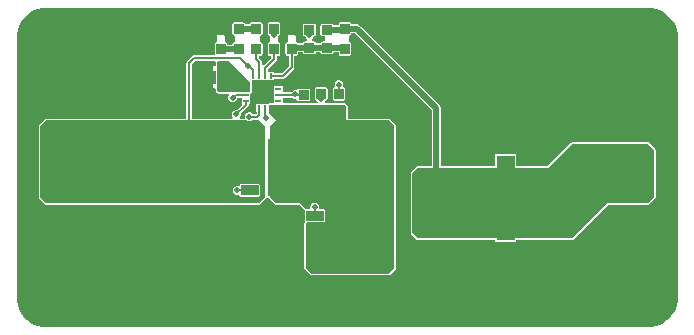
<source format=gtl>
G04*
G04 #@! TF.GenerationSoftware,Altium Limited,Altium Designer,23.4.1 (23)*
G04*
G04 Layer_Physical_Order=1*
G04 Layer_Color=255*
%FSLAX44Y44*%
%MOMM*%
G71*
G04*
G04 #@! TF.SameCoordinates,784DB819-4BFE-4B82-8429-40DAF9DCB5A1*
G04*
G04*
G04 #@! TF.FilePolarity,Positive*
G04*
G01*
G75*
%ADD13C,0.2000*%
%ADD14R,1.4986X3.3020*%
%ADD15R,3.0000X3.5000*%
G04:AMPARAMS|DCode=16|XSize=0.85mm|YSize=1.9812mm|CornerRadius=0.0425mm|HoleSize=0mm|Usage=FLASHONLY|Rotation=90.000|XOffset=0mm|YOffset=0mm|HoleType=Round|Shape=RoundedRectangle|*
%AMROUNDEDRECTD16*
21,1,0.8500,1.8962,0,0,90.0*
21,1,0.7650,1.9812,0,0,90.0*
1,1,0.0850,0.9481,0.3825*
1,1,0.0850,0.9481,-0.3825*
1,1,0.0850,-0.9481,-0.3825*
1,1,0.0850,-0.9481,0.3825*
%
%ADD16ROUNDEDRECTD16*%
G04:AMPARAMS|DCode=17|XSize=0.85mm|YSize=1.45mm|CornerRadius=0.0425mm|HoleSize=0mm|Usage=FLASHONLY|Rotation=90.000|XOffset=0mm|YOffset=0mm|HoleType=Round|Shape=RoundedRectangle|*
%AMROUNDEDRECTD17*
21,1,0.8500,1.3650,0,0,90.0*
21,1,0.7650,1.4500,0,0,90.0*
1,1,0.0850,0.6825,0.3825*
1,1,0.0850,0.6825,-0.3825*
1,1,0.0850,-0.6825,-0.3825*
1,1,0.0850,-0.6825,0.3825*
%
%ADD17ROUNDEDRECTD17*%
%ADD18R,1.6000X1.6000*%
%ADD19R,0.2300X0.4800*%
%ADD20R,0.4800X0.2300*%
G04:AMPARAMS|DCode=21|XSize=0.9mm|YSize=0.8mm|CornerRadius=0.06mm|HoleSize=0mm|Usage=FLASHONLY|Rotation=270.000|XOffset=0mm|YOffset=0mm|HoleType=Round|Shape=RoundedRectangle|*
%AMROUNDEDRECTD21*
21,1,0.9000,0.6800,0,0,270.0*
21,1,0.7800,0.8000,0,0,270.0*
1,1,0.1200,-0.3400,-0.3900*
1,1,0.1200,-0.3400,0.3900*
1,1,0.1200,0.3400,0.3900*
1,1,0.1200,0.3400,-0.3900*
%
%ADD21ROUNDEDRECTD21*%
G04:AMPARAMS|DCode=22|XSize=0.8mm|YSize=0.9mm|CornerRadius=0.06mm|HoleSize=0mm|Usage=FLASHONLY|Rotation=0.000|XOffset=0mm|YOffset=0mm|HoleType=Round|Shape=RoundedRectangle|*
%AMROUNDEDRECTD22*
21,1,0.8000,0.7800,0,0,0.0*
21,1,0.6800,0.9000,0,0,0.0*
1,1,0.1200,0.3400,-0.3900*
1,1,0.1200,-0.3400,-0.3900*
1,1,0.1200,-0.3400,0.3900*
1,1,0.1200,0.3400,0.3900*
%
%ADD22ROUNDEDRECTD22*%
G04:AMPARAMS|DCode=23|XSize=0.8mm|YSize=0.9mm|CornerRadius=0.06mm|HoleSize=0mm|Usage=FLASHONLY|Rotation=90.000|XOffset=0mm|YOffset=0mm|HoleType=Round|Shape=RoundedRectangle|*
%AMROUNDEDRECTD23*
21,1,0.8000,0.7800,0,0,90.0*
21,1,0.6800,0.9000,0,0,90.0*
1,1,0.1200,0.3900,0.3400*
1,1,0.1200,0.3900,-0.3400*
1,1,0.1200,-0.3900,-0.3400*
1,1,0.1200,-0.3900,0.3400*
%
%ADD23ROUNDEDRECTD23*%
%ADD28C,0.5000*%
%ADD43R,3.0000X3.0000*%
%ADD44C,3.0000*%
%ADD45C,4.0000*%
%ADD46C,0.5000*%
G36*
X537292Y244039D02*
X541842Y242155D01*
X545937Y239419D01*
X549419Y235937D01*
X552155Y231842D01*
X554039Y227292D01*
X555000Y222462D01*
Y220000D01*
Y0D01*
Y-2462D01*
X554039Y-7292D01*
X552155Y-11842D01*
X549419Y-15937D01*
X545937Y-19419D01*
X541842Y-22155D01*
X537292Y-24039D01*
X532462Y-25000D01*
X17538D01*
X12708Y-24039D01*
X8158Y-22155D01*
X4063Y-19419D01*
X581Y-15937D01*
X-2155Y-11842D01*
X-4039Y-7292D01*
X-5000Y-2462D01*
Y0D01*
Y220000D01*
Y222462D01*
X-4039Y227292D01*
X-2155Y231842D01*
X581Y235937D01*
X4063Y239419D01*
X8158Y242155D01*
X12708Y244039D01*
X17538Y245000D01*
X532462D01*
X537292Y244039D01*
D02*
G37*
%LPC*%
G36*
X276400Y233286D02*
X269600D01*
X268878Y233143D01*
X268266Y232734D01*
X267857Y232122D01*
X267714Y231400D01*
Y230324D01*
X263702D01*
X263643Y230622D01*
X263234Y231234D01*
X262622Y231643D01*
X261900Y231786D01*
X254100D01*
X253378Y231643D01*
X252766Y231234D01*
X252357Y230622D01*
X252214Y229900D01*
Y223100D01*
X252357Y222378D01*
X252766Y221766D01*
X253378Y221357D01*
X254100Y221214D01*
X254818D01*
X256000Y221000D01*
X256000Y219944D01*
X256000Y217000D01*
X254818Y216786D01*
X254100D01*
X253378Y216643D01*
X252766Y216234D01*
X252357Y215622D01*
X252298Y215323D01*
X248702D01*
X248643Y215622D01*
X248234Y216234D01*
X247622Y216643D01*
X246900Y216786D01*
X246181D01*
X245000Y217000D01*
X245000Y218769D01*
X245124Y218821D01*
X246179Y219876D01*
X246733Y221214D01*
X246900D01*
X247622Y221357D01*
X248234Y221766D01*
X248643Y222378D01*
X248786Y223100D01*
Y229900D01*
X248643Y230622D01*
X248234Y231234D01*
X247622Y231643D01*
X246900Y231786D01*
X239100D01*
X238378Y231643D01*
X237766Y231234D01*
X237357Y230622D01*
X237214Y229900D01*
Y223100D01*
X237357Y222378D01*
X237766Y221766D01*
X238378Y221357D01*
X239100Y221214D01*
X239267D01*
X239821Y219876D01*
X240876Y218821D01*
X241000Y218769D01*
X241000Y217000D01*
X239818Y216786D01*
X239100D01*
X238378Y216643D01*
X237766Y216234D01*
X237357Y215622D01*
X237298Y215323D01*
X233008D01*
X232734Y215734D01*
X232122Y216143D01*
X231353Y217000D01*
Y221000D01*
X230956Y221957D01*
X230000Y222353D01*
X226000D01*
X225043Y221957D01*
X224647Y221000D01*
Y217000D01*
X223878Y216143D01*
X223266Y215734D01*
X222857Y215122D01*
X222714Y214400D01*
Y206600D01*
X222857Y205878D01*
X223266Y205266D01*
X223878Y204857D01*
X224600Y204714D01*
X225706D01*
Y195950D01*
X219650Y189894D01*
X212900D01*
Y191250D01*
X208100Y191250D01*
X207794Y192393D01*
Y193550D01*
X214622Y200378D01*
X215119Y201122D01*
X215294Y202000D01*
Y204714D01*
X216400D01*
X217122Y204857D01*
X217734Y205266D01*
X218143Y205878D01*
X218286Y206600D01*
Y214400D01*
X218143Y215122D01*
X217734Y215734D01*
X217122Y216143D01*
X216353Y217000D01*
Y220269D01*
X216532Y220537D01*
X216606Y220906D01*
X216750Y221254D01*
Y221631D01*
X216782Y221790D01*
X217122Y221857D01*
X217734Y222266D01*
X218143Y222878D01*
X218286Y223600D01*
Y231400D01*
X218143Y232122D01*
X217734Y232734D01*
X217122Y233143D01*
X216400Y233286D01*
X209600D01*
X208878Y233143D01*
X208266Y232734D01*
X207857Y232122D01*
X207714Y231400D01*
Y223600D01*
X207857Y222878D01*
X208266Y222266D01*
X208878Y221857D01*
X209218Y221790D01*
X209250Y221631D01*
Y221254D01*
X209394Y220906D01*
X209468Y220537D01*
X209647Y220268D01*
Y217000D01*
X208878Y216143D01*
X208266Y215734D01*
X207857Y215122D01*
X207714Y214400D01*
Y206600D01*
X207857Y205878D01*
X208266Y205266D01*
X208878Y204857D01*
X209600Y204714D01*
X210706D01*
Y202950D01*
X204064Y196308D01*
X203323Y196462D01*
X202794Y196786D01*
Y199500D01*
X202619Y200378D01*
X202122Y201122D01*
X200294Y202950D01*
Y204714D01*
X201400D01*
X202122Y204857D01*
X202734Y205266D01*
X203143Y205878D01*
X203286Y206600D01*
Y214400D01*
X203143Y215122D01*
X202734Y215734D01*
X202122Y216143D01*
X201353Y216999D01*
Y220999D01*
X202122Y221857D01*
X202734Y222266D01*
X203143Y222878D01*
X203286Y223600D01*
Y231400D01*
X203143Y232122D01*
X202734Y232734D01*
X202122Y233143D01*
X201400Y233286D01*
X194600D01*
X193878Y233143D01*
X193266Y232734D01*
X192857Y232122D01*
X192714Y231400D01*
Y231324D01*
X188286D01*
Y231400D01*
X188143Y232122D01*
X187734Y232734D01*
X187122Y233143D01*
X186400Y233286D01*
X179600D01*
X178878Y233143D01*
X178266Y232734D01*
X177857Y232122D01*
X177714Y231400D01*
Y223600D01*
X177857Y222878D01*
X178266Y222266D01*
X178878Y221857D01*
X179647Y220998D01*
Y216998D01*
X178878Y216143D01*
X178266Y215734D01*
X177857Y215122D01*
X177714Y214400D01*
Y213824D01*
X173286D01*
Y214400D01*
X173143Y215122D01*
X172734Y215734D01*
X172122Y216143D01*
X171352Y217000D01*
Y221000D01*
X170956Y221957D01*
X169999Y222353D01*
X165999D01*
X165042Y221957D01*
X164646Y221000D01*
Y217000D01*
X163878Y216143D01*
X163266Y215734D01*
X162857Y215122D01*
X162714Y214400D01*
Y206600D01*
X162764Y206346D01*
X162097Y205264D01*
X161866Y205076D01*
X145593D01*
X144715Y204902D01*
X143971Y204404D01*
X139559Y199992D01*
X139062Y199248D01*
X138887Y198370D01*
Y151353D01*
X20000D01*
X19043Y150957D01*
X14043Y145957D01*
X13647Y145000D01*
Y85000D01*
X14043Y84043D01*
X14043Y84043D01*
X19043Y79043D01*
X20000Y78647D01*
X200000D01*
X200957Y79043D01*
X205957Y84043D01*
X206082Y84345D01*
X206882Y84926D01*
X207553Y84832D01*
X208000Y84647D01*
X208793D01*
X209043Y84043D01*
X214043Y79043D01*
X215000Y78647D01*
X234440D01*
X239043Y74043D01*
X239126Y73771D01*
X239097Y73729D01*
X238967Y73075D01*
Y65425D01*
X239097Y64771D01*
X239432Y64271D01*
X238830Y63237D01*
X238783Y62885D01*
X238647Y62557D01*
Y25000D01*
X239043Y24043D01*
X244043Y19043D01*
X245000Y18647D01*
X310000D01*
X310957Y19043D01*
X315957Y24043D01*
X316353Y25000D01*
Y145000D01*
X315957Y145957D01*
X310957Y150957D01*
X310000Y151353D01*
X275353Y151353D01*
Y162000D01*
X274957Y162957D01*
X273957Y163957D01*
X273000Y164353D01*
X256452D01*
X255926Y165623D01*
X256179Y165876D01*
X256537Y166741D01*
X257122Y166857D01*
X257734Y167266D01*
X258143Y167878D01*
X258286Y168600D01*
Y176400D01*
X258143Y177122D01*
X257734Y177734D01*
X257122Y178143D01*
X256400Y178286D01*
X249600D01*
X248878Y178143D01*
X248266Y177734D01*
X247857Y177122D01*
X247714Y176400D01*
Y168600D01*
X247857Y167878D01*
X248266Y167266D01*
X248878Y166857D01*
X249463Y166741D01*
X249821Y165876D01*
X250074Y165623D01*
X249548Y164353D01*
X221148D01*
X220250Y165251D01*
X220250Y168900D01*
X221393Y169206D01*
X228491D01*
X228876Y168821D01*
X230254Y168250D01*
X231746D01*
X232357Y167378D01*
X232766Y166766D01*
X233378Y166357D01*
X234100Y166214D01*
X241900D01*
X242622Y166357D01*
X243234Y166766D01*
X243643Y167378D01*
X243786Y168100D01*
Y174900D01*
X243643Y175622D01*
X243234Y176234D01*
X242622Y176643D01*
X241900Y176786D01*
X234100D01*
X233378Y176643D01*
X232766Y176234D01*
X232357Y175622D01*
X232225Y175551D01*
X231746Y175750D01*
X230254D01*
X228876Y175179D01*
X227821Y174124D01*
X227684Y173794D01*
X221393D01*
X220250Y174100D01*
X220250Y175170D01*
Y178900D01*
X212950D01*
X212950Y174100D01*
X212950Y172830D01*
X212950Y169100D01*
X212950Y167830D01*
Y164353D01*
X209044D01*
X209000Y164353D01*
X207900Y164050D01*
X207900Y164050D01*
X203100D01*
Y164050D01*
X202900D01*
Y164050D01*
X198100D01*
Y156750D01*
X198206D01*
Y155450D01*
X198050Y155294D01*
X195009D01*
X194124Y156179D01*
X192746Y156750D01*
X191254D01*
X189876Y156179D01*
X188821Y155124D01*
X188250Y153746D01*
Y152254D01*
X187648Y151353D01*
X184452D01*
X183926Y152623D01*
X184179Y152876D01*
X184750Y154254D01*
Y155506D01*
X191022Y161778D01*
X191520Y162522D01*
X191694Y163400D01*
Y164100D01*
X193050D01*
Y168900D01*
X193050D01*
Y169100D01*
X193050D01*
Y172668D01*
X193957Y173043D01*
X194353Y174000D01*
Y182000D01*
X194071Y182680D01*
X194464Y183584D01*
X194760Y183950D01*
X197900D01*
Y183950D01*
X198100D01*
X198100Y183950D01*
X202900Y183950D01*
X204170Y183950D01*
X207900Y183950D01*
X209170Y183950D01*
X212900D01*
Y185306D01*
X220600D01*
X221478Y185481D01*
X222222Y185978D01*
X229622Y193378D01*
X230119Y194122D01*
X230294Y195000D01*
Y204714D01*
X231400D01*
X232122Y204857D01*
X232734Y205266D01*
X233143Y205878D01*
X233286Y206600D01*
Y207677D01*
X237298D01*
X237357Y207378D01*
X237766Y206766D01*
X238378Y206357D01*
X239100Y206214D01*
X246900D01*
X247622Y206357D01*
X248234Y206766D01*
X248643Y207378D01*
X248702Y207677D01*
X252298D01*
X252357Y207378D01*
X252766Y206766D01*
X253378Y206357D01*
X254100Y206214D01*
X261900D01*
X262622Y206357D01*
X263234Y206766D01*
X263643Y207378D01*
X263689Y207610D01*
X267714D01*
Y206600D01*
X267857Y205878D01*
X268266Y205266D01*
X268878Y204857D01*
X269600Y204714D01*
X276400D01*
X277122Y204857D01*
X277734Y205266D01*
X278143Y205878D01*
X278286Y206600D01*
Y214400D01*
X278143Y215122D01*
X277734Y215734D01*
X277122Y216143D01*
X276353Y217000D01*
Y221000D01*
X277122Y221857D01*
X277734Y222266D01*
X278143Y222878D01*
X278286Y223600D01*
Y223676D01*
X281916D01*
X346427Y159166D01*
Y111353D01*
X335000D01*
X334043Y110957D01*
X329043Y105957D01*
X328647Y105000D01*
X328647Y55000D01*
X329043Y54043D01*
X334043Y49043D01*
X335000Y48647D01*
X400257D01*
Y47260D01*
X417743D01*
Y48647D01*
X465000D01*
X465957Y49043D01*
X495560Y78647D01*
X530000D01*
X530957Y79043D01*
X535957Y84043D01*
X536353Y85000D01*
Y125000D01*
X535957Y125957D01*
X530957Y130957D01*
X530000Y131353D01*
X465000Y131353D01*
X464043Y130957D01*
X444440Y111353D01*
X417743D01*
Y121740D01*
X400257D01*
Y111353D01*
X354073Y111353D01*
Y160750D01*
X353782Y162213D01*
X352954Y163454D01*
X286204Y230204D01*
X284963Y231032D01*
X283500Y231324D01*
X278286D01*
Y231400D01*
X278143Y232122D01*
X277734Y232734D01*
X277122Y233143D01*
X276400Y233286D01*
D02*
G37*
G36*
X268746Y183750D02*
X267254D01*
X265876Y183179D01*
X264821Y182124D01*
X264250Y180746D01*
Y179254D01*
X263878Y178143D01*
X263266Y177734D01*
X262857Y177122D01*
X262714Y176400D01*
Y168600D01*
X262857Y167878D01*
X263266Y167266D01*
X263878Y166857D01*
X264600Y166714D01*
X271400D01*
X272122Y166857D01*
X272734Y167266D01*
X273143Y167878D01*
X273286Y168600D01*
Y176400D01*
X273143Y177122D01*
X272734Y177734D01*
X272122Y178143D01*
X271750Y179254D01*
Y180746D01*
X271179Y182124D01*
X270124Y183179D01*
X268746Y183750D01*
D02*
G37*
%LPD*%
G36*
X193000Y182000D02*
Y174000D01*
X166000D01*
X165000Y175000D01*
X165000Y177000D01*
X165000Y177000D01*
X165000Y177000D01*
Y181000D01*
X165000Y192000D01*
X165000D01*
Y196000D01*
X165000D01*
Y199000D01*
X166000Y200000D01*
X175000D01*
X193000Y182000D01*
D02*
G37*
G36*
X163737Y199218D02*
X163647Y199000D01*
Y196000D01*
X161000D01*
Y192000D01*
X163647D01*
X163647Y181000D01*
X161000D01*
Y177000D01*
X162749D01*
X163647Y176102D01*
X163647Y175000D01*
X164043Y174043D01*
X165043Y173043D01*
X166000Y172647D01*
X174548D01*
X175074Y171377D01*
X174821Y171124D01*
X174250Y169746D01*
Y168254D01*
X174821Y166876D01*
X175876Y165821D01*
X177254Y165250D01*
X178746D01*
X180124Y165821D01*
X181179Y166876D01*
X181750Y168254D01*
Y169206D01*
X184607D01*
X185750Y168900D01*
Y164100D01*
X185750D01*
X186074Y163318D01*
X181506Y158750D01*
X180254D01*
X178876Y158179D01*
X177821Y157124D01*
X177250Y155746D01*
Y154254D01*
X177821Y152876D01*
X178074Y152623D01*
X177548Y151353D01*
X143475D01*
Y197420D01*
X146543Y200488D01*
X162915D01*
X163737Y199218D01*
D02*
G37*
G36*
X205000Y145000D02*
Y85000D01*
X200000Y80000D01*
X20000D01*
X15000Y85000D01*
X15000D01*
Y145000D01*
X20000Y150000D01*
X189697D01*
X189876Y149821D01*
X191254Y149250D01*
X192746D01*
X194124Y149821D01*
X194303Y150000D01*
X200000D01*
X205000Y145000D01*
D02*
G37*
G36*
X530000Y130000D02*
X535000Y125000D01*
Y85000D01*
X530000Y80000D01*
X495000D01*
X465000Y50000D01*
X335000D01*
X330000Y55000D01*
X330000Y105000D01*
X335000Y110000D01*
X445000Y110000D01*
X465000Y130000D01*
X530000Y130000D01*
D02*
G37*
G36*
X274000Y162000D02*
Y150000D01*
X215000D01*
X270000Y150000D01*
X310000Y150000D01*
X315000Y145000D01*
Y25000D01*
X310000Y20000D01*
X245000D01*
X240000Y25000D01*
Y62557D01*
X240675Y63717D01*
X254325D01*
X254979Y63847D01*
X255533Y64217D01*
X255903Y64771D01*
X256033Y65425D01*
Y73075D01*
X255903Y73729D01*
X255533Y74283D01*
X254979Y74653D01*
X254325Y74783D01*
X251899D01*
X251250Y75754D01*
Y77246D01*
X250679Y78624D01*
X249624Y79679D01*
X248246Y80250D01*
X246754D01*
X245376Y79679D01*
X244321Y78624D01*
X243750Y77246D01*
Y75754D01*
X243101Y74783D01*
X240675D01*
X240000Y75000D01*
X235000Y80000D01*
X215000D01*
X210000Y85000D01*
Y86000D01*
X208000D01*
Y134000D01*
X210000D01*
Y145000D01*
X215000Y150000D01*
X209000Y156000D01*
Y163000D01*
X273000D01*
X274000Y162000D01*
D02*
G37*
%LPC*%
G36*
X199325Y96283D02*
X185675D01*
X185021Y96153D01*
X184467Y95783D01*
X184097Y95229D01*
X184094Y95213D01*
X182928Y94445D01*
X182697Y94417D01*
X182496Y94500D01*
X181004D01*
X179626Y93929D01*
X178571Y92874D01*
X178000Y91496D01*
Y90004D01*
X178571Y88626D01*
X179626Y87571D01*
X181004Y87000D01*
X182496D01*
X182697Y87083D01*
X182928Y87055D01*
X184094Y86287D01*
X184097Y86271D01*
X184467Y85717D01*
X185021Y85347D01*
X185675Y85217D01*
X199325D01*
X199979Y85347D01*
X200533Y85717D01*
X200903Y86271D01*
X201033Y86925D01*
Y94575D01*
X200903Y95229D01*
X200533Y95783D01*
X199979Y96153D01*
X199325Y96283D01*
D02*
G37*
%LPD*%
D13*
X145593Y202782D02*
X184218D01*
X141181Y147536D02*
Y198370D01*
X145593Y202782D01*
X184218D02*
X191000Y196000D01*
X181000Y155000D02*
X181000D01*
X189400Y163400D01*
Y166500D01*
X192000Y153000D02*
X199000D01*
X200500Y154500D01*
Y160400D01*
X205500Y152500D02*
X206000Y152000D01*
X205500Y152500D02*
Y160400D01*
X247500Y69250D02*
Y76500D01*
X181750Y90750D02*
X192500D01*
X183000Y210500D02*
X183000Y210500D01*
X180500Y171500D02*
X189400D01*
X178000Y169000D02*
X180500Y171500D01*
X272066Y211434D02*
X273000Y210500D01*
X272000Y226500D02*
X273000Y227500D01*
X198000Y202000D02*
Y210500D01*
X220600Y187600D02*
X228000Y195000D01*
Y210500D01*
X229000Y211500D01*
X253000Y168000D02*
X254000Y169000D01*
X213000Y202000D02*
Y210500D01*
X243000Y222000D02*
Y226500D01*
X216600Y171500D02*
X238000D01*
X268000Y172500D02*
Y180000D01*
X200500Y187600D02*
Y199500D01*
X198000Y202000D02*
X200500Y199500D01*
X205500Y194500D02*
X213000Y202000D01*
X210500Y187600D02*
X220600D01*
X205500D02*
Y194500D01*
X195500Y187600D02*
Y192500D01*
X191000Y196000D02*
X191574Y195426D01*
X192574D01*
X195500Y192500D01*
D14*
X133000Y108198D02*
D03*
Y42158D02*
D03*
X409000Y65020D02*
D03*
Y-1020D02*
D03*
Y103980D02*
D03*
Y170020D02*
D03*
D15*
X350250Y80000D02*
D03*
X289750D02*
D03*
D16*
X192500Y69250D02*
D03*
Y56351D02*
D03*
Y43651D02*
D03*
Y30750D02*
D03*
X247500Y90750D02*
D03*
Y103649D02*
D03*
Y116349D02*
D03*
Y129250D02*
D03*
D17*
Y30750D02*
D03*
Y69250D02*
D03*
Y56351D02*
D03*
Y43651D02*
D03*
X192500Y129250D02*
D03*
Y90750D02*
D03*
Y103649D02*
D03*
Y116349D02*
D03*
D18*
X203000Y174000D02*
D03*
D19*
X195500Y187600D02*
D03*
X200500D02*
D03*
X205500D02*
D03*
X210500D02*
D03*
Y160400D02*
D03*
X205500D02*
D03*
X200500D02*
D03*
X195500D02*
D03*
D20*
X216600Y181500D02*
D03*
Y176500D02*
D03*
Y171500D02*
D03*
Y166500D02*
D03*
X189400D02*
D03*
Y171500D02*
D03*
Y176500D02*
D03*
Y181500D02*
D03*
D21*
X168000Y227500D02*
D03*
Y210500D02*
D03*
X268000Y172500D02*
D03*
Y155500D02*
D03*
X253000Y172500D02*
D03*
Y155500D02*
D03*
X228000Y227500D02*
D03*
Y210500D02*
D03*
X213000Y210500D02*
D03*
Y227500D02*
D03*
X273000Y210500D02*
D03*
Y227500D02*
D03*
X183000Y210500D02*
D03*
Y227500D02*
D03*
X198000Y210500D02*
D03*
Y227500D02*
D03*
D22*
X155500Y194000D02*
D03*
X170500D02*
D03*
X155500Y179000D02*
D03*
X170500D02*
D03*
D23*
X238000Y156500D02*
D03*
Y171500D02*
D03*
X258000Y211500D02*
D03*
Y226500D02*
D03*
X243000Y211500D02*
D03*
Y226500D02*
D03*
D28*
X350250Y80000D02*
Y160750D01*
X283500Y227500D02*
X350250Y160750D01*
X273000Y227500D02*
X283500D01*
X175000Y210000D02*
X182500D01*
X168500D02*
X175000D01*
X168000Y210500D02*
X168500Y210000D01*
X182500D02*
X183000Y210500D01*
X190500Y227500D02*
X198000D01*
X183000D02*
X190500D01*
X229000Y211500D02*
X243000D01*
X228000Y227500D02*
Y235000D01*
X213000Y222000D02*
Y227500D01*
X243000Y211500D02*
X258000D01*
X258066Y211434D02*
X272066D01*
X258000Y226500D02*
X272000D01*
X155500Y179000D02*
Y186500D01*
Y194000D01*
X149000Y179000D02*
X155500D01*
X149000Y194000D02*
X155500D01*
X155500Y194000D01*
X161500Y227500D02*
X168000D01*
D43*
X40000Y105000D02*
D03*
X510000D02*
D03*
D44*
X40000Y55000D02*
D03*
X510000D02*
D03*
D45*
X20000Y220000D02*
D03*
X530000Y0D02*
D03*
Y220000D02*
D03*
X20000Y0D02*
D03*
D46*
X70000Y90000D02*
D03*
X85000D02*
D03*
X115000D02*
D03*
X145000D02*
D03*
Y105000D02*
D03*
X130000D02*
D03*
X115000D02*
D03*
X100000D02*
D03*
X85000D02*
D03*
X70000D02*
D03*
Y120000D02*
D03*
X85000D02*
D03*
X100000D02*
D03*
X115000D02*
D03*
X130000D02*
D03*
X145000D02*
D03*
X160000D02*
D03*
Y105000D02*
D03*
X490000Y125000D02*
D03*
Y115000D02*
D03*
Y105000D02*
D03*
Y95000D02*
D03*
Y85000D02*
D03*
X480000Y70000D02*
D03*
Y80000D02*
D03*
Y90000D02*
D03*
Y100000D02*
D03*
Y110000D02*
D03*
Y120000D02*
D03*
X470000Y65000D02*
D03*
Y125000D02*
D03*
Y115000D02*
D03*
Y105000D02*
D03*
Y95000D02*
D03*
Y85000D02*
D03*
Y75000D02*
D03*
X460000D02*
D03*
Y85000D02*
D03*
X450000Y75000D02*
D03*
X440000D02*
D03*
X430000D02*
D03*
X420000D02*
D03*
X410000D02*
D03*
X400000D02*
D03*
X390000D02*
D03*
X450000Y85000D02*
D03*
X440000D02*
D03*
X430000D02*
D03*
X420000D02*
D03*
X410000D02*
D03*
X400000D02*
D03*
X390000D02*
D03*
X380000Y55000D02*
D03*
Y65000D02*
D03*
Y75000D02*
D03*
Y85000D02*
D03*
Y95000D02*
D03*
Y105000D02*
D03*
X370000Y55000D02*
D03*
Y65000D02*
D03*
Y75000D02*
D03*
Y85000D02*
D03*
Y95000D02*
D03*
Y105000D02*
D03*
X360000Y55000D02*
D03*
X350000D02*
D03*
X340000D02*
D03*
X360000Y105000D02*
D03*
X350000D02*
D03*
X340000D02*
D03*
X550000Y20000D02*
D03*
Y200000D02*
D03*
Y170000D02*
D03*
Y140000D02*
D03*
Y110000D02*
D03*
Y80000D02*
D03*
Y50000D02*
D03*
X0D02*
D03*
Y80000D02*
D03*
Y110000D02*
D03*
Y140000D02*
D03*
Y170000D02*
D03*
Y200000D02*
D03*
Y20000D02*
D03*
X50000Y240000D02*
D03*
X500000D02*
D03*
X100000D02*
D03*
X150000D02*
D03*
X200000D02*
D03*
X250000D02*
D03*
X300000D02*
D03*
X350000D02*
D03*
X400000D02*
D03*
X450000D02*
D03*
Y-20000D02*
D03*
X400000D02*
D03*
X350000D02*
D03*
X300000D02*
D03*
X250000D02*
D03*
X200000D02*
D03*
X150000D02*
D03*
X100000D02*
D03*
X500000D02*
D03*
X50000D02*
D03*
X175000Y210000D02*
D03*
X181000Y155000D02*
D03*
X192000Y153000D02*
D03*
X206000Y152000D02*
D03*
X247500Y76500D02*
D03*
X181750Y90750D02*
D03*
X178000Y169000D02*
D03*
X155500Y186500D02*
D03*
X149000Y179000D02*
D03*
X149000Y194000D02*
D03*
X228000Y235000D02*
D03*
X161500Y227500D02*
D03*
X182000Y189000D02*
D03*
X190500Y227500D02*
D03*
X191000Y196000D02*
D03*
X253000Y168000D02*
D03*
X268000Y180000D02*
D03*
X243000Y222000D02*
D03*
X213000D02*
D03*
X231000Y172000D02*
D03*
M02*

</source>
